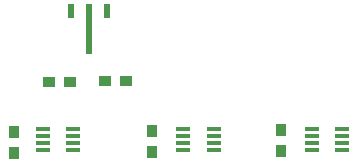
<source format=gbr>
G04 DesignSpark PCB Gerber Version 9.0 Build 5138 *
G04 #@! TF.Part,Single*
G04 #@! TF.FileFunction,Paste,Top *
G04 #@! TF.FilePolarity,Positive *
%FSLAX35Y35*%
%MOIN*%
G04 #@! TA.AperFunction,SMDPad,CuDef*
%ADD140R,0.02300X0.04600*%
%ADD141R,0.02300X0.17100*%
%ADD144R,0.03537X0.03891*%
%ADD142R,0.04800X0.01175*%
%ADD143R,0.03891X0.03537*%
X0Y0D02*
D02*
D140*
X89423Y159305D03*
X101234D03*
D02*
D141*
X95329Y153055D03*
D02*
D142*
X79935Y112730D03*
Y115211D03*
Y117671D03*
Y120033D03*
X90171Y112730D03*
Y115211D03*
Y117671D03*
Y120033D03*
X126687Y112730D03*
Y115211D03*
Y117671D03*
Y120033D03*
X136923Y112730D03*
Y115211D03*
Y117671D03*
Y120033D03*
X169600Y112730D03*
Y115211D03*
Y117671D03*
Y120033D03*
X179837Y112730D03*
Y115211D03*
Y117671D03*
Y120033D03*
D02*
D143*
X82085Y135388D03*
X89085D03*
X100687Y135781D03*
X107687D03*
D02*
D144*
X70329Y111789D03*
Y118789D03*
X116392Y112183D03*
Y119183D03*
X159305Y112577D03*
Y119577D03*
X0Y0D02*
M02*

</source>
